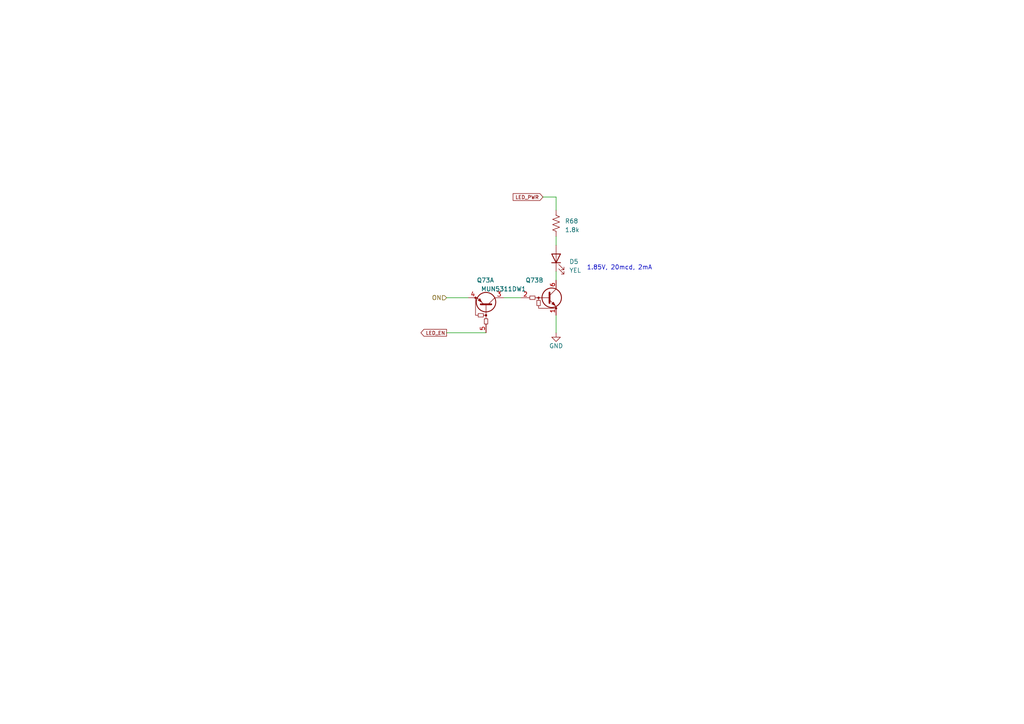
<source format=kicad_sch>
(kicad_sch (version 20230121) (generator eeschema)
  (paper "A4")
  (lib_symbols
    (symbol "Device:LED" (pin_numbers hide) (pin_names (offset 1.016) hide)
      (property "Reference" "D" (at 0 2.54 0))
      (property "Value" "LED" (at 0 -2.54 0))
      (symbol "LED_0_1"
        (polyline (pts (xy -1.27 -1.27) (xy -1.27 1.27)) (stroke (width 0.254)))
        (polyline (pts (xy -1.27 0) (xy 1.27 0)))
        (polyline (pts (xy 1.27 -1.27) (xy 1.27 1.27) (xy -1.27 0) (xy 1.27 -1.27)) (stroke (width 0.254)))
        (polyline (pts (xy -3.048 -0.762) (xy -4.572 -2.286) (xy -3.81 -2.286) (xy -4.572 -2.286) (xy -4.572 -1.524)))
        (polyline (pts (xy -1.778 -0.762) (xy -3.302 -2.286) (xy -2.54 -2.286) (xy -3.302 -2.286) (xy -3.302 -1.524)))
      )
      (symbol "LED_1_1"
        (pin passive line (at -3.81 0 0) (length 2.54) (name "K") (number "1"))
        (pin passive line (at 3.81 0 180) (length 2.54) (name "A") (number "2"))
      )
    )
    (symbol "Device:R_US" (pin_numbers hide) (pin_names (offset 0))
      (property "Reference" "R" (at 2.54 0 90))
      (property "Value" "R_US" (at -2.54 0 90))
      (symbol "R_US_0_1"
        (polyline (pts (xy 0 -2.286) (xy 0 -2.54)))
        (polyline (pts (xy 0 2.286) (xy 0 2.54)))
        (polyline (pts (xy 0 -0.762) (xy 1.016 -1.143) (xy 0 -1.524) (xy -1.016 -1.905) (xy 0 -2.286)))
        (polyline (pts (xy 0 0.762) (xy 1.016 0.381) (xy 0 0) (xy -1.016 -0.381) (xy 0 -0.762)))
        (polyline (pts (xy 0 2.286) (xy 1.016 1.905) (xy 0 1.524) (xy -1.016 1.143) (xy 0 0.762)))
      )
      (symbol "R_US_1_1"
        (pin passive line (at 0 3.81 270) (length 1.27) (name "~") (number "1"))
        (pin passive line (at 0 -3.81 90) (length 1.27) (name "~") (number "2"))
      )
    )
    (symbol "SierraLobo:MUN5312DW1" (pin_names hide)
      (property "Reference" "Q" (at 3.81 1.27 0))
      (property "Value" "MUN5311DW1" (at 3.81 -1.27 0))
      (symbol "MUN5312DW1_0_1"
        (rectangle (start -6.35 0.508) (end -4.826 -0.508))
        (rectangle (start -4.318 -2.286) (end -3.302 -0.762))
        (circle (center -3.81 0) (radius 0.254) (fill (type outline)))
        (polyline (pts (xy -3.81 -0.762) (xy -3.81 0)))
        (polyline (pts (xy -0.762 0) (xy -4.826 0)))
        (polyline (pts (xy -0.635 1.524) (xy -0.635 -1.524)) (stroke (width 0.508)))
        (polyline (pts (xy -3.81 -2.286) (xy -3.81 -3.048) (xy 1.27 -3.048)))
        (circle (center 1.27 -3.048) (radius 0.254) (fill (type outline)))
      )
      (symbol "MUN5312DW1_1_1"
        (polyline (pts (xy -0.635 0.635) (xy 1.27 2.54)))
        (polyline (pts (xy -0.635 -0.635) (xy 1.27 -2.54) (xy 1.27 -2.54)))
        (polyline (pts (xy 1.016 -1.778) (xy 0.508 -2.286) (xy 0 -1.27) (xy 1.016 -1.778) (xy 1.016 -1.778)) (fill (type outline)))
        (circle (center 0 0) (radius 2.8194) (stroke (width 0.254)))
        (pin passive line (at 1.27 5.08 270) (length 2.54) (name "C1") (number "3"))
        (pin passive line (at 1.27 -5.08 90) (length 2.54) (name "E1") (number "4"))
        (pin input line (at -8.89 0 0) (length 2.54) (name "B1") (number "5"))
      )
      (symbol "MUN5312DW1_2_1"
        (polyline (pts (xy -0.635 0.635) (xy 1.27 2.54)))
        (polyline (pts (xy -0.635 -0.635) (xy 1.27 -2.54) (xy 1.27 -2.54)))
        (polyline (pts (xy 0 -1.778) (xy 0.508 -1.27) (xy 1.016 -2.286) (xy 0 -1.778) (xy 0 -1.778)) (fill (type outline)))
        (circle (center 0 0) (radius 2.8194) (stroke (width 0.254)))
        (pin passive line (at 1.27 -5.08 90) (length 2.54) (name "E2") (number "1"))
        (pin input line (at -8.89 0 0) (length 2.54) (name "B2") (number "2"))
        (pin passive line (at 1.27 5.08 270) (length 2.54) (name "C2") (number "6"))
      )
    )
    (symbol "power:GND" (power) (pin_names (offset 0))
      (property "Value" "GND" (at 0 -3.81 0))
      (symbol "GND_0_1"
        (polyline (pts (xy 0 0) (xy 0 -1.27) (xy 1.27 -1.27) (xy 0 -2.54) (xy -1.27 -1.27) (xy 0 -1.27)))
      )
      (symbol "GND_1_1"
        (pin power_in line (at 0 0 270) (length 0) hide (name "GND") (number "1"))
      )
    )
  )
  (wire (pts (xy 161.29 96.52) (xy 161.29 91.44)))
  (wire (pts (xy 161.29 78.74) (xy 161.29 81.28)))
  (wire (pts (xy 161.29 57.15) (xy 161.29 60.96)))
  (wire (pts (xy 129.54 96.52) (xy 140.97 96.52)))
  (wire (pts (xy 161.29 68.58) (xy 161.29 71.12)))
  (wire (pts (xy 151.13 86.36) (xy 146.05 86.36)))
  (wire (pts (xy 157.48 57.15) (xy 161.29 57.15)))
  (wire (pts (xy 129.54 86.36) (xy 135.89 86.36)))
  (text "1.85V, 20mcd, 2mA\n\n\n" (at 170.18 82.55 0) (effects (font (size 1.27 1.27)) (justify left bottom)))
  (global_label "LED_EN" (shape output) (at 129.54 96.52 180) (effects (font (size 1.016 1.016))) (property "Intersheetrefs" "${INTERSHEET_REFS}" (effects hide)))
  (global_label "LED_PWR" (shape input) (at 157.48 57.15 180) (effects (font (size 1.016 1.016))) (property "Intersheetrefs" "${INTERSHEET_REFS}" (effects hide)))
  (hierarchical_label "ON" (shape input) (at 129.54 86.36 180))
  (symbol (lib_id "Device:LED") (at 161.29 74.93 90) (unit 1)
    (property "Reference" "D5" (at 165.1 75.8825 90) (effects (justify right)))
    (property "Value" "YEL" (at 165.1 78.4225 90) (effects (justify right)))
    (property "Footprint" "LED_SMD:LED_0402_1005Metric" (effects hide))
    (property "Datasheet" "https://www.kingbrightusa.com/images/catalog/SPEC/APHHS1005LSYCK-J3-PF.pdf" (effects hide))
    (property "Mfr. Part No" "APHHS1005LSYCK/J3-PF" (effects hide))
    (instances (project "mainboard" (path "" (reference "D5") (unit 1)) (path "" (reference "LED5") (unit 1)) (path "" (reference "LED5") (unit 1)) (path "" (reference "LED11") (unit 1)) (path "" (reference "LED12") (unit 1)) (path "" (reference "LED13") (unit 1)) (path "" (reference "LED9") (unit 1)) (path "" (reference "LED10") (unit 1))))
  )
  (symbol (lib_id "power:GND") (at 161.29 96.52 0) (unit 1)
    (property "Reference" "#PWR0108" (effects hide))
    (property "Value" "GND" (at 161.29 100.33 0))
    (instances (project "mainboard" (path "" (reference "#PWR0108") (unit 1)) (path "" (reference "#PWR0189") (unit 1)) (path "" (reference "#PWR0187") (unit 1)) (path "" (reference "#PWR0188") (unit 1)) (path "" (reference "#PWR0189") (unit 1)) (path "" (reference "#PWR0190") (unit 1)) (path "" (reference "#PWR0191") (unit 1)) (path "" (reference "#PWR0156") (unit 1)) (path "" (reference "#PWR0179") (unit 1))))
  )
  (symbol (lib_id "SierraLobo:MUN5312DW1") (at 140.97 87.63 270) (mirror x) (unit 1)
    (property "Reference" "Q73" (at 140.7922 81.28 90))
    (property "Value" "MUN5311DW1" (at 146.05 83.82 90))
    (property "Footprint" "Package_TO_SOT_SMD:SOT-363_SC-70-6" (effects hide))
    (property "Datasheet" "https://www.onsemi.com/pdf/datasheet/dtc124ep-d.pdf" (effects hide))
    (instances (project "mainboard" (path "" (reference "Q73") (unit 1)) (path "" (reference "Q74") (unit 1)) (path "" (reference "Q69") (unit 1)) (path "" (reference "Q74") (unit 1)) (path "" (reference "Q70") (unit 1)) (path "" (reference "Q72") (unit 1)) (path "" (reference "Q63") (unit 1)) (path "" (reference "Q73") (unit 1))))
  )
  (symbol (lib_id "SierraLobo:MUN5312DW1") (at 160.02 86.36 0) (unit 2)
    (property "Reference" "Q73" (at 152.4 81.28 0) (effects (justify left)))
    (property "Value" "MUN5311DW1" (effects hide))
    (property "Footprint" "Package_TO_SOT_SMD:SOT-363_SC-70-6" (effects hide))
    (property "Datasheet" "https://www.onsemi.com/pdf/datasheet/dtc124ep-d.pdf" (effects hide))
    (instances (project "mainboard" (path "" (reference "Q73") (unit 2)) (path "" (reference "Q74") (unit 2)) (path "" (reference "Q69") (unit 2)) (path "" (reference "Q74") (unit 2)) (path "" (reference "Q70") (unit 2)) (path "" (reference "Q72") (unit 2)) (path "" (reference "Q63") (unit 2)) (path "" (reference "Q73") (unit 2))))
  )
  (symbol (lib_id "Device:R_US") (at 161.29 64.77 180) (unit 1)
    (property "Reference" "R68" (at 163.83 64.135 0) (effects (justify right)))
    (property "Value" "1.8k" (at 163.83 66.675 0) (effects (justify right)))
    (property "Footprint" "Resistor_SMD:R_0402_1005Metric" (effects hide))
    (instances (project "mainboard" (path "" (reference "R68") (unit 1)) (path "" (reference "R41") (unit 1)) (path "" (reference "R41") (unit 1)) (path "" (reference "R43") (unit 1)) (path "" (reference "R272") (unit 1)) (path "" (reference "R273") (unit 1)) (path "" (reference "R178") (unit 1)) (path "" (reference "R180") (unit 1))))
  )
)
</source>
